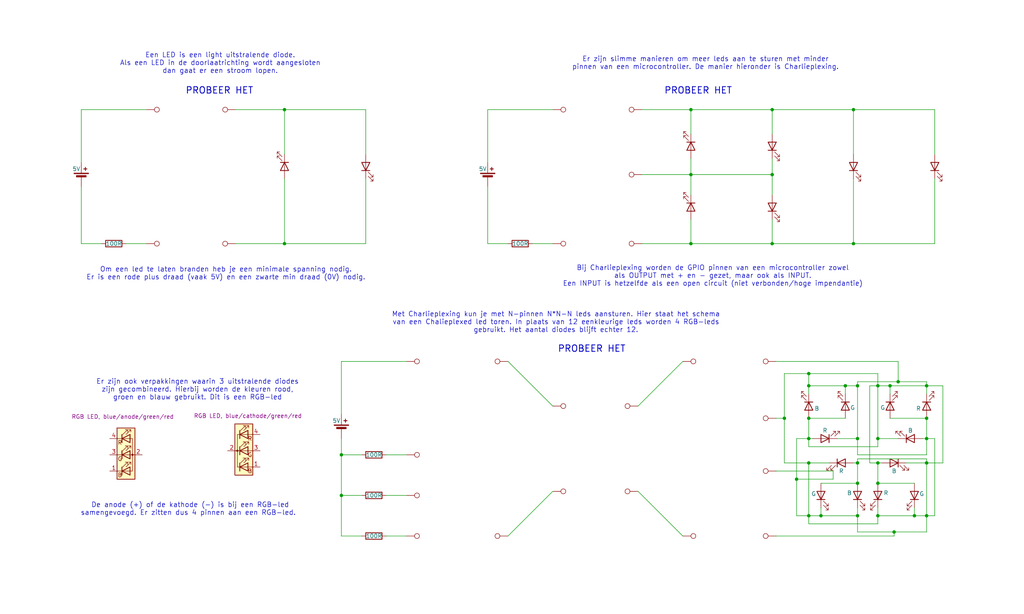
<source format=kicad_sch>
(kicad_sch (version 20231120) (generator "eeschema") (generator_version "8.0")
  (paper "User" 319.999 192)
  (title_block (date "2024-05-14"))
  (lib_symbols
    (symbol "Connector:TestPoint" (pin_numbers hide) (pin_names (offset 0.762) hide)
      (property "Reference" "TP" (at 0 6.858 0))
      (property "Value" "TestPoint" (at 0 5.08 0))
      (symbol "TestPoint_0_1"
        (circle (center 0 3.302) (radius 0.762))
      )
      (symbol "TestPoint_1_1"
        (pin passive line (at 0 0 90) (length 2.54) (name "1") (number "1"))
      )
    )
    (symbol "Device:Battery_Cell" (pin_numbers hide) (pin_names (offset 0) hide)
      (property "Reference" "BT" (at 2.54 2.54 0))
      (property "Value" "Battery_Cell" (at 2.54 0 0))
      (symbol "Battery_Cell_0_1"
        (rectangle (start -2.286 1.778) (end 2.286 1.524) (fill (type outline)))
        (rectangle (start -1.524 1.016) (end 1.524 0.508) (fill (type outline)))
        (polyline (pts (xy 0 0.762) (xy 0 0)))
        (polyline (pts (xy 0 1.778) (xy 0 2.54)))
        (polyline (pts (xy 0.762 3.048) (xy 1.778 3.048)) (stroke (width 0.254)))
        (polyline (pts (xy 1.27 3.556) (xy 1.27 2.54)) (stroke (width 0.254)))
      )
      (symbol "Battery_Cell_1_1"
        (pin passive line (at 0 5.08 270) (length 2.54) (name "+") (number "1"))
        (pin passive line (at 0 -2.54 90) (length 2.54) (name "-") (number "2"))
      )
    )
    (symbol "Device:LED" (pin_numbers hide) (pin_names (offset 1.016) hide)
      (property "Reference" "D" (at 0 2.54 0))
      (property "Value" "LED" (at 0 -2.54 0))
      (symbol "LED_0_1"
        (polyline (pts (xy -1.27 -1.27) (xy -1.27 1.27)) (stroke (width 0.254)))
        (polyline (pts (xy -1.27 0) (xy 1.27 0)))
        (polyline (pts (xy 1.27 -1.27) (xy 1.27 1.27) (xy -1.27 0) (xy 1.27 -1.27)) (stroke (width 0.254)))
        (polyline (pts (xy -3.048 -0.762) (xy -4.572 -2.286) (xy -3.81 -2.286) (xy -4.572 -2.286) (xy -4.572 -1.524)))
        (polyline (pts (xy -1.778 -0.762) (xy -3.302 -2.286) (xy -2.54 -2.286) (xy -3.302 -2.286) (xy -3.302 -1.524)))
      )
      (symbol "LED_1_1"
        (pin passive line (at -3.81 0 0) (length 2.54) (name "K") (number "1"))
        (pin passive line (at 3.81 0 180) (length 2.54) (name "A") (number "2"))
      )
    )
    (symbol "Device:LED_BAGR" (pin_names (offset 0) hide)
      (property "Reference" "D" (at 0 9.398 0))
      (property "Value" "LED_BAGR" (at 0 -8.89 0))
      (symbol "LED_BAGR_0_0"
        (text "B" (at -1.905 -6.35 0) (effects (font (size 1.27 1.27))))
        (text "G" (at -1.905 -1.27 0) (effects (font (size 1.27 1.27))))
        (text "R" (at -1.905 3.81 0) (effects (font (size 1.27 1.27))))
      )
      (symbol "LED_BAGR_0_1"
        (polyline (pts (xy -1.27 -5.08) (xy -2.54 -5.08)))
        (polyline (pts (xy -1.27 -5.08) (xy 1.27 -5.08)))
        (polyline (pts (xy -1.27 -3.81) (xy -1.27 -6.35)) (stroke (width 0.254)))
        (polyline (pts (xy -1.27 0) (xy -2.54 0)))
        (polyline (pts (xy -1.27 1.27) (xy -1.27 -1.27)) (stroke (width 0.254)))
        (polyline (pts (xy -1.27 5.08) (xy -2.54 5.08)))
        (polyline (pts (xy -1.27 5.08) (xy 1.27 5.08)))
        (polyline (pts (xy -1.27 6.35) (xy -1.27 3.81)) (stroke (width 0.254)))
        (polyline (pts (xy 1.27 0) (xy -1.27 0)))
        (polyline (pts (xy 1.27 0) (xy 2.54 0)))
        (polyline (pts (xy -1.27 1.27) (xy -1.27 -1.27) (xy -1.27 -1.27)))
        (polyline (pts (xy -1.27 6.35) (xy -1.27 3.81) (xy -1.27 3.81)))
        (polyline (pts (xy 1.27 -5.08) (xy 2.032 -5.08) (xy 2.032 5.08) (xy 1.27 5.08)))
        (polyline (pts (xy 1.27 -3.81) (xy 1.27 -6.35) (xy -1.27 -5.08) (xy 1.27 -3.81)) (stroke (width 0.254)))
        (polyline (pts (xy 1.27 1.27) (xy 1.27 -1.27) (xy -1.27 0) (xy 1.27 1.27)) (stroke (width 0.254)))
        (polyline (pts (xy 1.27 6.35) (xy 1.27 3.81) (xy -1.27 5.08) (xy 1.27 6.35)) (stroke (width 0.254)))
        (polyline (pts (xy -1.016 -3.81) (xy 0.508 -2.286) (xy -0.254 -2.286) (xy 0.508 -2.286) (xy 0.508 -3.048)))
        (polyline (pts (xy -1.016 1.27) (xy 0.508 2.794) (xy -0.254 2.794) (xy 0.508 2.794) (xy 0.508 2.032)))
        (polyline (pts (xy -1.016 6.35) (xy 0.508 7.874) (xy -0.254 7.874) (xy 0.508 7.874) (xy 0.508 7.112)))
        (polyline (pts (xy 0 -3.81) (xy 1.524 -2.286) (xy 0.762 -2.286) (xy 1.524 -2.286) (xy 1.524 -3.048)))
        (polyline (pts (xy 0 1.27) (xy 1.524 2.794) (xy 0.762 2.794) (xy 1.524 2.794) (xy 1.524 2.032)))
        (polyline (pts (xy 0 6.35) (xy 1.524 7.874) (xy 0.762 7.874) (xy 1.524 7.874) (xy 1.524 7.112)))
        (rectangle (start 1.27 -1.27) (end 1.27 1.27))
        (rectangle (start 1.27 1.27) (end 1.27 1.27))
        (rectangle (start 1.27 3.81) (end 1.27 6.35))
        (rectangle (start 1.27 6.35) (end 1.27 6.35))
        (circle (center 2.032 0) (radius 0.254) (fill (type outline)))
        (rectangle (start 2.794 8.382) (end -2.794 -7.62) (stroke (width 0.254)) (fill (type background)))
      )
      (symbol "LED_BAGR_1_1"
        (pin passive line (at -5.08 -5.08 0) (length 2.54) (name "BK") (number "1"))
        (pin passive line (at 5.08 0 180) (length 2.54) (name "A") (number "2"))
        (pin passive line (at -5.08 0 0) (length 2.54) (name "GK") (number "3"))
        (pin passive line (at -5.08 5.08 0) (length 2.54) (name "RK") (number "4"))
      )
    )
    (symbol "Device:LED_BKGR" (pin_names (offset 0) hide)
      (property "Reference" "D" (at 0 9.398 0))
      (property "Value" "LED_BKGR" (at 0 -8.89 0))
      (symbol "LED_BKGR_0_0"
        (text "B" (at 1.905 -6.35 0) (effects (font (size 1.27 1.27))))
        (text "G" (at 1.905 -1.27 0) (effects (font (size 1.27 1.27))))
        (text "R" (at 1.905 3.81 0) (effects (font (size 1.27 1.27))))
      )
      (symbol "LED_BKGR_0_1"
        (circle (center -2.032 0) (radius 0.254) (fill (type outline)))
        (polyline (pts (xy -1.27 -5.08) (xy 1.27 -5.08)))
        (polyline (pts (xy -1.27 -3.81) (xy -1.27 -6.35)) (stroke (width 0.254)))
        (polyline (pts (xy -1.27 0) (xy -2.54 0)))
        (polyline (pts (xy -1.27 1.27) (xy -1.27 -1.27)) (stroke (width 0.254)))
        (polyline (pts (xy -1.27 5.08) (xy 1.27 5.08)))
        (polyline (pts (xy -1.27 6.35) (xy -1.27 3.81)) (stroke (width 0.254)))
        (polyline (pts (xy 1.27 -5.08) (xy 2.54 -5.08)))
        (polyline (pts (xy 1.27 0) (xy -1.27 0)))
        (polyline (pts (xy 1.27 0) (xy 2.54 0)))
        (polyline (pts (xy 1.27 5.08) (xy 2.54 5.08)))
        (polyline (pts (xy -1.27 1.27) (xy -1.27 -1.27) (xy -1.27 -1.27)))
        (polyline (pts (xy -1.27 6.35) (xy -1.27 3.81) (xy -1.27 3.81)))
        (polyline (pts (xy -1.27 5.08) (xy -2.032 5.08) (xy -2.032 -5.08) (xy -1.016 -5.08)))
        (polyline (pts (xy 1.27 -3.81) (xy 1.27 -6.35) (xy -1.27 -5.08) (xy 1.27 -3.81)) (stroke (width 0.254)))
        (polyline (pts (xy 1.27 1.27) (xy 1.27 -1.27) (xy -1.27 0) (xy 1.27 1.27)) (stroke (width 0.254)))
        (polyline (pts (xy 1.27 6.35) (xy 1.27 3.81) (xy -1.27 5.08) (xy 1.27 6.35)) (stroke (width 0.254)))
        (polyline (pts (xy -1.016 -3.81) (xy 0.508 -2.286) (xy -0.254 -2.286) (xy 0.508 -2.286) (xy 0.508 -3.048)))
        (polyline (pts (xy -1.016 1.27) (xy 0.508 2.794) (xy -0.254 2.794) (xy 0.508 2.794) (xy 0.508 2.032)))
        (polyline (pts (xy -1.016 6.35) (xy 0.508 7.874) (xy -0.254 7.874) (xy 0.508 7.874) (xy 0.508 7.112)))
        (polyline (pts (xy 0 -3.81) (xy 1.524 -2.286) (xy 0.762 -2.286) (xy 1.524 -2.286) (xy 1.524 -3.048)))
        (polyline (pts (xy 0 1.27) (xy 1.524 2.794) (xy 0.762 2.794) (xy 1.524 2.794) (xy 1.524 2.032)))
        (polyline (pts (xy 0 6.35) (xy 1.524 7.874) (xy 0.762 7.874) (xy 1.524 7.874) (xy 1.524 7.112)))
        (rectangle (start 1.27 -1.27) (end 1.27 1.27))
        (rectangle (start 1.27 1.27) (end 1.27 1.27))
        (rectangle (start 1.27 3.81) (end 1.27 6.35))
        (rectangle (start 1.27 6.35) (end 1.27 6.35))
        (rectangle (start 2.794 8.382) (end -2.794 -7.62) (stroke (width 0.254)) (fill (type background)))
      )
      (symbol "LED_BKGR_1_1"
        (pin passive line (at 5.08 -5.08 180) (length 2.54) (name "BA") (number "1"))
        (pin passive line (at -5.08 0 0) (length 2.54) (name "K") (number "2"))
        (pin passive line (at 5.08 0 180) (length 2.54) (name "GA") (number "3"))
        (pin passive line (at 5.08 5.08 180) (length 2.54) (name "RA") (number "4"))
      )
    )
    (symbol "Device:R" (pin_numbers hide) (pin_names (offset 0))
      (property "Reference" "R" (at 2.032 0 90))
      (property "Value" "R" (at 0 0 90))
      (symbol "R_0_1"
        (rectangle (start -1.016 -2.54) (end 1.016 2.54) (stroke (width 0.254)))
      )
      (symbol "R_1_1"
        (pin passive line (at 0 3.81 270) (length 1.27) (name "~") (number "1"))
        (pin passive line (at 0 -3.81 90) (length 1.27) (name "~") (number "2"))
      )
    )
  )
  (junction (at 266.7 76.2))
  (junction (at 252.73 161.29))
  (junction (at 215.9 34.29))
  (junction (at 106.68 154.94))
  (junction (at 248.92 149.86))
  (junction (at 267.97 151.13))
  (junction (at 289.56 137.16))
  (junction (at 241.3 54.61))
  (junction (at 252.73 116.84))
  (junction (at 274.32 137.16))
  (junction (at 274.32 120.65))
  (junction (at 245.11 130.81))
  (junction (at 279.4 166.37))
  (junction (at 215.9 76.2))
  (junction (at 285.75 161.29))
  (junction (at 278.13 120.65))
  (junction (at 289.56 130.81))
  (junction (at 252.73 120.65))
  (junction (at 289.56 144.78))
  (junction (at 106.68 142.24))
  (junction (at 252.73 144.78))
  (junction (at 267.97 161.29))
  (junction (at 280.67 119.38))
  (junction (at 274.32 144.78))
  (junction (at 274.32 151.13))
  (junction (at 88.9 76.2))
  (junction (at 88.9 34.29))
  (junction (at 267.97 144.78))
  (junction (at 215.9 54.61))
  (junction (at 289.56 161.29))
  (junction (at 252.73 137.16))
  (junction (at 241.3 76.2))
  (junction (at 241.3 34.29))
  (junction (at 289.56 120.65))
  (junction (at 267.97 120.65))
  (junction (at 267.97 137.16))
  (junction (at 252.73 130.81))
  (junction (at 256.54 161.29))
  (junction (at 266.7 34.29))
  (junction (at 274.32 161.29))
  (junction (at 264.16 120.65))
  (wire (pts (xy 267.97 158.75) (xy 267.97 161.29)))
  (wire (pts (xy 252.73 161.29) (xy 256.54 161.29)))
  (wire (pts (xy 264.16 120.65) (xy 264.16 123.19)))
  (wire (pts (xy 294.64 120.65) (xy 294.64 144.78)))
  (wire (pts (xy 292.1 76.2) (xy 266.7 76.2)))
  (wire (pts (xy 289.56 119.38) (xy 289.56 120.65)))
  (wire (pts (xy 241.3 49.53) (xy 241.3 54.61)))
  (wire (pts (xy 215.9 68.58) (xy 215.9 76.2)))
  (wire (pts (xy 158.75 113.03) (xy 172.72 127)))
  (wire (pts (xy 292.1 34.29) (xy 266.7 34.29)))
  (wire (pts (xy 289.56 143.51) (xy 289.56 144.78)))
  (wire (pts (xy 152.4 34.29) (xy 152.4 50.8)))
  (wire (pts (xy 285.75 161.29) (xy 285.75 158.75)))
  (wire (pts (xy 120.65 142.24) (xy 127 142.24)))
  (wire (pts (xy 294.64 144.78) (xy 289.56 144.78)))
  (wire (pts (xy 274.32 158.75) (xy 274.32 161.29)))
  (wire (pts (xy 274.32 116.84) (xy 274.32 120.65)))
  (wire (pts (xy 261.62 137.16) (xy 267.97 137.16)))
  (wire (pts (xy 292.1 55.88) (xy 292.1 76.2)))
  (wire (pts (xy 289.56 161.29) (xy 285.75 161.29)))
  (wire (pts (xy 252.73 144.78) (xy 252.73 161.29)))
  (wire (pts (xy 252.73 137.16) (xy 254 137.16)))
  (wire (pts (xy 260.35 147.32) (xy 260.35 149.86)))
  (wire (pts (xy 271.78 144.78) (xy 274.32 144.78)))
  (wire (pts (xy 274.32 161.29) (xy 285.75 161.29)))
  (wire (pts (xy 274.32 120.65) (xy 271.78 120.65)))
  (wire (pts (xy 242.57 167.64) (xy 279.4 167.64)))
  (wire (pts (xy 256.54 161.29) (xy 256.54 158.75)))
  (wire (pts (xy 199.39 127) (xy 213.36 113.03)))
  (wire (pts (xy 114.3 76.2) (xy 88.9 76.2)))
  (wire (pts (xy 274.32 151.13) (xy 285.75 151.13)))
  (wire (pts (xy 259.08 144.78) (xy 252.73 144.78)))
  (wire (pts (xy 274.32 144.78) (xy 275.59 144.78)))
  (wire (pts (xy 289.56 120.65) (xy 278.13 120.65)))
  (wire (pts (xy 200.66 76.2) (xy 215.9 76.2)))
  (wire (pts (xy 274.32 163.83) (xy 274.32 161.29)))
  (wire (pts (xy 241.3 54.61) (xy 241.3 60.96)))
  (wire (pts (xy 248.92 149.86) (xy 248.92 161.29)))
  (wire (pts (xy 152.4 34.29) (xy 172.72 34.29)))
  (wire (pts (xy 215.9 54.61) (xy 241.3 54.61)))
  (wire (pts (xy 114.3 55.88) (xy 114.3 76.2)))
  (wire (pts (xy 252.73 116.84) (xy 274.32 116.84)))
  (wire (pts (xy 215.9 34.29) (xy 215.9 41.91)))
  (wire (pts (xy 248.92 149.86) (xy 260.35 149.86)))
  (wire (pts (xy 25.4 34.29) (xy 25.4 50.8)))
  (wire (pts (xy 278.13 120.65) (xy 278.13 123.19)))
  (wire (pts (xy 199.39 153.67) (xy 213.36 167.64)))
  (wire (pts (xy 266.7 48.26) (xy 266.7 34.29)))
  (wire (pts (xy 88.9 76.2) (xy 73.66 76.2)))
  (wire (pts (xy 241.3 41.91) (xy 241.3 34.29)))
  (wire (pts (xy 252.73 161.29) (xy 248.92 161.29)))
  (wire (pts (xy 289.56 130.81) (xy 278.13 130.81)))
  (wire (pts (xy 292.1 137.16) (xy 292.1 161.29)))
  (wire (pts (xy 114.3 34.29) (xy 88.9 34.29)))
  (wire (pts (xy 289.56 144.78) (xy 289.56 161.29)))
  (wire (pts (xy 289.56 123.19) (xy 289.56 120.65)))
  (wire (pts (xy 114.3 48.26) (xy 114.3 34.29)))
  (wire (pts (xy 280.67 119.38) (xy 289.56 119.38)))
  (wire (pts (xy 283.21 144.78) (xy 289.56 144.78)))
  (wire (pts (xy 39.37 76.2) (xy 45.72 76.2)))
  (wire (pts (xy 152.4 58.42) (xy 152.4 76.2)))
  (wire (pts (xy 252.73 130.81) (xy 252.73 137.16)))
  (wire (pts (xy 267.97 143.51) (xy 289.56 143.51)))
  (wire (pts (xy 252.73 144.78) (xy 245.11 144.78)))
  (wire (pts (xy 215.9 49.53) (xy 215.9 54.61)))
  (wire (pts (xy 106.68 154.94) (xy 113.03 154.94)))
  (wire (pts (xy 267.97 120.65) (xy 267.97 119.38)))
  (wire (pts (xy 158.75 167.64) (xy 172.72 153.67)))
  (wire (pts (xy 274.32 139.7) (xy 274.32 137.16)))
  (wire (pts (xy 274.32 137.16) (xy 274.32 120.65)))
  (wire (pts (xy 106.68 113.03) (xy 106.68 129.54)))
  (wire (pts (xy 25.4 34.29) (xy 45.72 34.29)))
  (wire (pts (xy 274.32 120.65) (xy 278.13 120.65)))
  (wire (pts (xy 252.73 139.7) (xy 274.32 139.7)))
  (wire (pts (xy 120.65 154.94) (xy 127 154.94)))
  (wire (pts (xy 73.66 34.29) (xy 88.9 34.29)))
  (wire (pts (xy 289.56 142.24) (xy 289.56 137.16)))
  (wire (pts (xy 289.56 130.81) (xy 289.56 137.16)))
  (wire (pts (xy 266.7 55.88) (xy 266.7 76.2)))
  (wire (pts (xy 267.97 166.37) (xy 279.4 166.37)))
  (wire (pts (xy 289.56 120.65) (xy 294.64 120.65)))
  (wire (pts (xy 267.97 161.29) (xy 267.97 166.37)))
  (wire (pts (xy 106.68 137.16) (xy 106.68 142.24)))
  (wire (pts (xy 241.3 76.2) (xy 266.7 76.2)))
  (wire (pts (xy 241.3 34.29) (xy 215.9 34.29)))
  (wire (pts (xy 252.73 161.29) (xy 252.73 163.83)))
  (wire (pts (xy 271.78 120.65) (xy 271.78 144.78)))
  (wire (pts (xy 267.97 142.24) (xy 289.56 142.24)))
  (wire (pts (xy 88.9 55.88) (xy 88.9 76.2)))
  (wire (pts (xy 279.4 166.37) (xy 289.56 166.37)))
  (wire (pts (xy 267.97 151.13) (xy 267.97 144.78)))
  (wire (pts (xy 242.57 130.81) (xy 245.11 130.81)))
  (wire (pts (xy 106.68 154.94) (xy 106.68 167.64)))
  (wire (pts (xy 274.32 151.13) (xy 274.32 144.78)))
  (wire (pts (xy 245.11 130.81) (xy 245.11 116.84)))
  (wire (pts (xy 252.73 123.19) (xy 252.73 120.65)))
  (wire (pts (xy 241.3 68.58) (xy 241.3 76.2)))
  (wire (pts (xy 242.57 113.03) (xy 280.67 113.03)))
  (wire (pts (xy 280.67 137.16) (xy 274.32 137.16)))
  (wire (pts (xy 252.73 130.81) (xy 264.16 130.81)))
  (wire (pts (xy 267.97 144.78) (xy 267.97 143.51)))
  (wire (pts (xy 267.97 151.13) (xy 256.54 151.13)))
  (wire (pts (xy 25.4 58.42) (xy 25.4 76.2)))
  (wire (pts (xy 266.7 34.29) (xy 241.3 34.29)))
  (wire (pts (xy 200.66 54.61) (xy 215.9 54.61)))
  (wire (pts (xy 200.66 34.29) (xy 215.9 34.29)))
  (wire (pts (xy 106.68 142.24) (xy 113.03 142.24)))
  (wire (pts (xy 252.73 120.65) (xy 264.16 120.65)))
  (wire (pts (xy 267.97 137.16) (xy 267.97 120.65)))
  (wire (pts (xy 280.67 113.03) (xy 280.67 119.38)))
  (wire (pts (xy 289.56 166.37) (xy 289.56 161.29)))
  (wire (pts (xy 252.73 120.65) (xy 252.73 116.84)))
  (wire (pts (xy 252.73 163.83) (xy 274.32 163.83)))
  (wire (pts (xy 215.9 54.61) (xy 215.9 60.96)))
  (wire (pts (xy 267.97 144.78) (xy 266.7 144.78)))
  (wire (pts (xy 252.73 137.16) (xy 252.73 139.7)))
  (wire (pts (xy 215.9 76.2) (xy 241.3 76.2)))
  (wire (pts (xy 245.11 144.78) (xy 245.11 130.81)))
  (wire (pts (xy 267.97 119.38) (xy 280.67 119.38)))
  (wire (pts (xy 25.4 76.2) (xy 31.75 76.2)))
  (wire (pts (xy 242.57 147.32) (xy 260.35 147.32)))
  (wire (pts (xy 248.92 149.86) (xy 248.92 137.16)))
  (wire (pts (xy 292.1 161.29) (xy 289.56 161.29)))
  (wire (pts (xy 245.11 116.84) (xy 252.73 116.84)))
  (wire (pts (xy 166.37 76.2) (xy 172.72 76.2)))
  (wire (pts (xy 289.56 137.16) (xy 288.29 137.16)))
  (wire (pts (xy 279.4 167.64) (xy 279.4 166.37)))
  (wire (pts (xy 289.56 137.16) (xy 292.1 137.16)))
  (wire (pts (xy 267.97 137.16) (xy 267.97 142.24)))
  (wire (pts (xy 267.97 120.65) (xy 264.16 120.65)))
  (wire (pts (xy 152.4 76.2) (xy 158.75 76.2)))
  (wire (pts (xy 248.92 137.16) (xy 252.73 137.16)))
  (wire (pts (xy 88.9 34.29) (xy 88.9 48.26)))
  (wire (pts (xy 292.1 48.26) (xy 292.1 34.29)))
  (wire (pts (xy 106.68 113.03) (xy 127 113.03)))
  (wire (pts (xy 120.65 167.64) (xy 127 167.64)))
  (wire (pts (xy 106.68 142.24) (xy 106.68 154.94)))
  (wire (pts (xy 267.97 161.29) (xy 256.54 161.29)))
  (wire (pts (xy 106.68 167.64) (xy 113.03 167.64)))
  (text "PROBEER HET" (at 218.186 28.448 0) (effects (font (size 2.032 2.032) (thickness 0.254) (bold yes))))
  (text "PROBEER HET" (at 68.58 28.448 0) (effects (font (size 2.032 2.032) (thickness 0.254) (bold yes))))
  (text "Er zijn ook verpakkingen waarin 3 uitstralende diodes\nzijn gecombineerd. Hierbij worden de kleuren rood,\ngroen en blauw gebruikt. Dit is een RGB-led" (at 61.722 121.92 0) (effects (font (size 1.524 1.524))))
  (text "Er zijn slimme manieren om meer leds aan te sturen met minder\npinnen van een microcontroller. De manier hieronder is Charlieplexing." (at 220.472 19.812 0) (effects (font (size 1.524 1.524))))
  (text "Met Charlieplexing kun je met N-pinnen N*N-N leds aansturen. Hier staat het schema\nvan een Chalieplexed led toren. In plaats van 12 eenkleurige leds worden 4 RGB-leds\ngebruikt. Het aantal diodes blijft echter 12." (at 173.736 100.838 0) (effects (font (size 1.524 1.524))))
  (text "PROBEER HET" (at 184.912 109.22 0) (effects (font (size 2.032 2.032) (thickness 0.254) (bold yes))))
  (text "Om een led te laten branden heb je een minimale spanning nodig.\nEr is een rode plus draad (vaak 5V) en een zwarte min draad (0V) nodig.\n" (at 70.612 85.598 0) (effects (font (size 1.524 1.524))))
  (text "Bij Charlieplexing worden de GPIO pinnen van een microcontroller zowel\nals OUTPUT met + en - gezet, maar ook als INPUT.\nEen INPUT is hetzelfde als een open circuit (niet verbonden/hoge impendantie)" (at 222.758 86.36 0) (effects (font (size 1.524 1.524))))
  (text "De anode (+) of de kathode (-) is bij een RGB-led\nsamengevoegd. Er zitten dus 4 pinnen aan een RGB-led. " (at 59.436 159.258 0) (effects (font (size 1.524 1.524))))
  (text "Een LED is een light uitstralende diode.\nAls een LED in de doorlaatrichting wordt aangesloten\ndan gaat er een stroom lopen.\n" (at 68.834 19.812 0) (effects (font (size 1.524 1.524))))
  (symbol (lib_id "Device:LED") (at 274.32 154.94 270) (mirror x) (unit 1)
    (property "Reference" "D?" (effects (hide yes)))
    (property "Value" "R" (at 276.86 154.178 90))
    (property "Description" "Light emitting diode" (effects (hide yes)))
  )
  (symbol (lib_id "Connector:TestPoint") (at 172.72 34.29 270) (unit 1)
    (property "Reference" "TP?" (effects (hide yes)))
    (property "Value" "TestPoint" (effects (hide yes)))
    (property "Description" "test point" (effects (hide yes)))
  )
  (symbol (lib_id "Connector:TestPoint") (at 45.72 34.29 270) (unit 1)
    (property "Reference" "TP?" (effects (hide yes)))
    (property "Value" "TestPoint" (effects (hide yes)))
    (property "Description" "test point" (effects (hide yes)))
  )
  (symbol (lib_id "Device:LED") (at 284.48 137.16 0) (mirror x) (unit 1)
    (property "Reference" "D?" (effects (hide yes)))
    (property "Value" "B" (at 284.48 134.62 0))
    (property "Description" "Light emitting diode" (effects (hide yes)))
  )
  (symbol (lib_id "Connector:TestPoint") (at 127 154.94 270) (unit 1)
    (property "Reference" "TP?" (effects (hide yes)))
    (property "Value" "TestPoint" (effects (hide yes)))
    (property "Description" "test point" (effects (hide yes)))
  )
  (symbol (lib_id "Device:LED") (at 215.9 45.72 270) (unit 1)
    (property "Reference" "D?" (effects (hide yes)))
    (property "Value" "LED" (effects (hide yes)))
    (property "Description" "Light emitting diode" (effects (hide yes)))
  )
  (symbol (lib_id "Device:R") (at 116.84 142.24 90) (unit 1)
    (property "Reference" "R?" (effects (hide yes)))
    (property "Value" "100R" (at 116.84 142.24 90))
    (property "Description" "Resistor" (effects (hide yes)))
  )
  (symbol (lib_id "Connector:TestPoint") (at 242.57 130.81 90) (unit 1)
    (property "Reference" "TP?" (effects (hide yes)))
    (property "Value" "TestPoint" (effects (hide yes)))
    (property "Description" "test point" (effects (hide yes)))
  )
  (symbol (lib_id "Connector:TestPoint") (at 158.75 113.03 90) (mirror x) (unit 1)
    (property "Reference" "TP?" (effects (hide yes)))
    (property "Value" "TestPoint" (effects (hide yes)))
    (property "Description" "test point" (effects (hide yes)))
  )
  (symbol (lib_id "Device:R") (at 35.56 76.2 90) (unit 1)
    (property "Reference" "R?" (effects (hide yes)))
    (property "Value" "100R" (at 35.56 76.2 90))
    (property "Description" "Resistor" (effects (hide yes)))
  )
  (symbol (lib_id "Connector:TestPoint") (at 200.66 54.61 90) (unit 1)
    (property "Reference" "TP?" (effects (hide yes)))
    (property "Value" "TestPoint" (effects (hide yes)))
    (property "Description" "test point" (effects (hide yes)))
  )
  (symbol (lib_id "Connector:TestPoint") (at 242.57 113.03 90) (mirror x) (unit 1)
    (property "Reference" "TP?" (effects (hide yes)))
    (property "Value" "TestPoint" (effects (hide yes)))
    (property "Description" "test point" (effects (hide yes)))
  )
  (symbol (lib_id "Device:LED") (at 262.89 144.78 0) (unit 1)
    (property "Reference" "D?" (effects (hide yes)))
    (property "Value" "R" (at 262.89 147.32 0))
    (property "Description" "Light emitting diode" (effects (hide yes)))
  )
  (symbol (lib_id "Device:LED") (at 241.3 64.77 90) (unit 1)
    (property "Reference" "D?" (effects (hide yes)))
    (property "Value" "LED" (effects (hide yes)))
    (property "Description" "Light emitting diode" (effects (hide yes)))
  )
  (symbol (lib_id "Connector:TestPoint") (at 172.72 127 270) (unit 1)
    (property "Reference" "TP?" (effects (hide yes)))
    (property "Value" "TestPoint" (effects (hide yes)))
    (property "Description" "test point" (effects (hide yes)))
  )
  (symbol (lib_id "Device:LED_BAGR") (at 39.37 142.24 0) (unit 1)
    (property "Reference" "D?" (effects (hide yes)))
    (property "Value" "RGB-led" (effects (hide yes)))
    (property "Description" "RGB LED, blue/anode/green/red" (at 38.354 130.302 0))
  )
  (symbol (lib_id "Device:LED") (at 285.75 154.94 270) (mirror x) (unit 1)
    (property "Reference" "D?" (effects (hide yes)))
    (property "Value" "G" (at 288.036 154.432 90))
    (property "Description" "Light emitting diode" (effects (hide yes)))
  )
  (symbol (lib_id "Device:Battery_Cell") (at 25.4 55.88 0) (unit 1)
    (property "Reference" "BT?" (effects (hide yes)))
    (property "Value" "5V" (at 22.606 52.832 0) (effects (justify left)))
    (property "Description" "Single-cell battery" (effects (hide yes)))
  )
  (symbol (lib_id "Device:LED_BKGR") (at 76.2 140.97 0) (unit 1)
    (property "Reference" "D?" (effects (hide yes)))
    (property "Value" "RGB-led" (effects (hide yes)))
    (property "Description" "RGB LED, blue/cathode/green/red" (at 77.47 130.048 0))
  )
  (symbol (lib_id "Connector:TestPoint") (at 45.72 76.2 270) (unit 1)
    (property "Reference" "TP?" (effects (hide yes)))
    (property "Value" "TestPoint" (effects (hide yes)))
    (property "Description" "test point" (effects (hide yes)))
  )
  (symbol (lib_id "Device:LED") (at 256.54 154.94 90) (unit 1)
    (property "Reference" "D?" (effects (hide yes)))
    (property "Value" "G" (at 254.254 154.432 90))
    (property "Description" "Light emitting diode" (effects (hide yes)))
  )
  (symbol (lib_id "Connector:TestPoint") (at 73.66 76.2 90) (mirror x) (unit 1)
    (property "Reference" "TP?" (effects (hide yes)))
    (property "Value" "TestPoint" (effects (hide yes)))
    (property "Description" "test point" (effects (hide yes)))
  )
  (symbol (lib_id "Device:LED") (at 266.7 52.07 90) (unit 1)
    (property "Reference" "D?" (effects (hide yes)))
    (property "Value" "LED" (effects (hide yes)))
    (property "Description" "Light emitting diode" (effects (hide yes)))
  )
  (symbol (lib_id "Connector:TestPoint") (at 172.72 153.67 270) (unit 1)
    (property "Reference" "TP?" (effects (hide yes)))
    (property "Value" "TestPoint" (effects (hide yes)))
    (property "Description" "test point" (effects (hide yes)))
  )
  (symbol (lib_id "Device:LED") (at 267.97 154.94 90) (unit 1)
    (property "Reference" "D?" (effects (hide yes)))
    (property "Value" "B" (at 265.43 154.178 90))
    (property "Description" "Light emitting diode" (effects (hide yes)))
  )
  (symbol (lib_id "Connector:TestPoint") (at 200.66 34.29 90) (mirror x) (unit 1)
    (property "Reference" "TP?" (effects (hide yes)))
    (property "Value" "TestPoint" (effects (hide yes)))
    (property "Description" "test point" (effects (hide yes)))
  )
  (symbol (lib_id "Connector:TestPoint") (at 242.57 147.32 90) (unit 1)
    (property "Reference" "TP?" (effects (hide yes)))
    (property "Value" "TestPoint" (effects (hide yes)))
    (property "Description" "test point" (effects (hide yes)))
  )
  (symbol (lib_id "Connector:TestPoint") (at 73.66 34.29 90) (mirror x) (unit 1)
    (property "Reference" "TP?" (effects (hide yes)))
    (property "Value" "TestPoint" (effects (hide yes)))
    (property "Description" "test point" (effects (hide yes)))
  )
  (symbol (lib_id "Device:LED") (at 252.73 127 270) (unit 1)
    (property "Reference" "D?" (effects (hide yes)))
    (property "Value" "B" (at 255.27 127.762 90))
    (property "Description" "Light emitting diode" (effects (hide yes)))
  )
  (symbol (lib_id "Device:LED") (at 88.9 52.07 270) (unit 1)
    (property "Reference" "D?" (effects (hide yes)))
    (property "Value" "LED" (effects (hide yes)))
    (property "Description" "Light emitting diode" (effects (hide yes)))
  )
  (symbol (lib_id "Device:LED") (at 279.4 144.78 0) (mirror y) (unit 1)
    (property "Reference" "D?" (effects (hide yes)))
    (property "Value" "B" (at 279.4 147.32 0))
    (property "Description" "Light emitting diode" (effects (hide yes)))
  )
  (symbol (lib_id "Device:LED") (at 292.1 52.07 90) (unit 1)
    (property "Reference" "D?" (effects (hide yes)))
    (property "Value" "LED" (effects (hide yes)))
    (property "Description" "Light emitting diode" (effects (hide yes)))
  )
  (symbol (lib_id "Device:LED") (at 278.13 127 90) (mirror x) (unit 1)
    (property "Reference" "D?" (effects (hide yes)))
    (property "Value" "G" (at 275.844 127.508 90))
    (property "Description" "Light emitting diode" (effects (hide yes)))
  )
  (symbol (lib_id "Connector:TestPoint") (at 127 113.03 270) (unit 1)
    (property "Reference" "TP?" (effects (hide yes)))
    (property "Value" "TestPoint" (effects (hide yes)))
    (property "Description" "test point" (effects (hide yes)))
  )
  (symbol (lib_id "Connector:TestPoint") (at 200.66 76.2 90) (mirror x) (unit 1)
    (property "Reference" "TP?" (effects (hide yes)))
    (property "Value" "TestPoint" (effects (hide yes)))
    (property "Description" "test point" (effects (hide yes)))
  )
  (symbol (lib_id "Device:R") (at 116.84 167.64 90) (unit 1)
    (property "Reference" "R?" (effects (hide yes)))
    (property "Value" "100R" (at 116.84 167.64 90))
    (property "Description" "Resistor" (effects (hide yes)))
  )
  (symbol (lib_id "Connector:TestPoint") (at 127 142.24 270) (unit 1)
    (property "Reference" "TP?" (effects (hide yes)))
    (property "Value" "TestPoint" (effects (hide yes)))
    (property "Description" "test point" (effects (hide yes)))
  )
  (symbol (lib_id "Device:LED") (at 114.3 52.07 90) (unit 1)
    (property "Reference" "D?" (effects (hide yes)))
    (property "Value" "LED" (effects (hide yes)))
    (property "Description" "Light emitting diode" (effects (hide yes)))
  )
  (symbol (lib_id "Device:R") (at 162.56 76.2 90) (unit 1)
    (property "Reference" "R?" (effects (hide yes)))
    (property "Value" "100R" (at 162.56 76.2 90))
    (property "Description" "Resistor" (effects (hide yes)))
  )
  (symbol (lib_id "Device:LED") (at 257.81 137.16 180) (unit 1)
    (property "Reference" "D?" (effects (hide yes)))
    (property "Value" "R" (at 257.81 134.62 0))
    (property "Description" "Light emitting diode" (effects (hide yes)))
  )
  (symbol (lib_id "Connector:TestPoint") (at 199.39 153.67 90) (mirror x) (unit 1)
    (property "Reference" "TP?" (effects (hide yes)))
    (property "Value" "TestPoint" (effects (hide yes)))
    (property "Description" "test point" (effects (hide yes)))
  )
  (symbol (lib_id "Connector:TestPoint") (at 158.75 167.64 90) (mirror x) (unit 1)
    (property "Reference" "TP?" (effects (hide yes)))
    (property "Value" "TestPoint" (effects (hide yes)))
    (property "Description" "test point" (effects (hide yes)))
  )
  (symbol (lib_id "Connector:TestPoint") (at 242.57 167.64 90) (mirror x) (unit 1)
    (property "Reference" "TP?" (effects (hide yes)))
    (property "Value" "TestPoint" (effects (hide yes)))
    (property "Description" "test point" (effects (hide yes)))
  )
  (symbol (lib_id "Device:LED") (at 289.56 127 90) (mirror x) (unit 1)
    (property "Reference" "D?" (effects (hide yes)))
    (property "Value" "R" (at 287.02 127.762 90))
    (property "Description" "Light emitting diode" (effects (hide yes)))
  )
  (symbol (lib_id "Device:LED") (at 241.3 45.72 90) (unit 1)
    (property "Reference" "D?" (effects (hide yes)))
    (property "Value" "LED" (effects (hide yes)))
    (property "Description" "Light emitting diode" (effects (hide yes)))
  )
  (symbol (lib_id "Connector:TestPoint") (at 213.36 113.03 270) (unit 1)
    (property "Reference" "TP?" (effects (hide yes)))
    (property "Value" "TestPoint" (effects (hide yes)))
    (property "Description" "test point" (effects (hide yes)))
  )
  (symbol (lib_id "Device:LED") (at 215.9 64.77 270) (unit 1)
    (property "Reference" "D?" (effects (hide yes)))
    (property "Value" "LED" (effects (hide yes)))
    (property "Description" "Light emitting diode" (effects (hide yes)))
  )
  (symbol (lib_id "Device:LED") (at 264.16 127 270) (unit 1)
    (property "Reference" "D?" (effects (hide yes)))
    (property "Value" "G" (at 266.446 127.508 90))
    (property "Description" "Light emitting diode" (effects (hide yes)))
  )
  (symbol (lib_id "Device:R") (at 116.84 154.94 90) (unit 1)
    (property "Reference" "R?" (effects (hide yes)))
    (property "Value" "100R" (at 116.84 154.94 90))
    (property "Description" "Resistor" (effects (hide yes)))
  )
  (symbol (lib_id "Connector:TestPoint") (at 172.72 76.2 270) (unit 1)
    (property "Reference" "TP?" (effects (hide yes)))
    (property "Value" "TestPoint" (effects (hide yes)))
    (property "Description" "test point" (effects (hide yes)))
  )
  (symbol (lib_id "Connector:TestPoint") (at 213.36 167.64 270) (unit 1)
    (property "Reference" "TP?" (effects (hide yes)))
    (property "Value" "TestPoint" (effects (hide yes)))
    (property "Description" "test point" (effects (hide yes)))
  )
  (symbol (lib_id "Device:Battery_Cell") (at 152.4 55.88 0) (unit 1)
    (property "Reference" "BT?" (effects (hide yes)))
    (property "Value" "5V" (at 149.606 52.832 0) (effects (justify left)))
    (property "Description" "Single-cell battery" (effects (hide yes)))
  )
  (symbol (lib_id "Connector:TestPoint") (at 127 167.64 270) (unit 1)
    (property "Reference" "TP?" (effects (hide yes)))
    (property "Value" "TestPoint" (effects (hide yes)))
    (property "Description" "test point" (effects (hide yes)))
  )
  (symbol (lib_id "Connector:TestPoint") (at 199.39 127 90) (mirror x) (unit 1)
    (property "Reference" "TP?" (effects (hide yes)))
    (property "Value" "TestPoint" (effects (hide yes)))
    (property "Description" "test point" (effects (hide yes)))
  )
  (symbol (lib_id "Device:Battery_Cell") (at 106.68 134.62 0) (unit 1)
    (property "Reference" "BT?" (effects (hide yes)))
    (property "Value" "5V" (at 103.886 131.572 0) (effects (justify left)))
    (property "Description" "Single-cell battery" (effects (hide yes)))
  )
)
</source>
